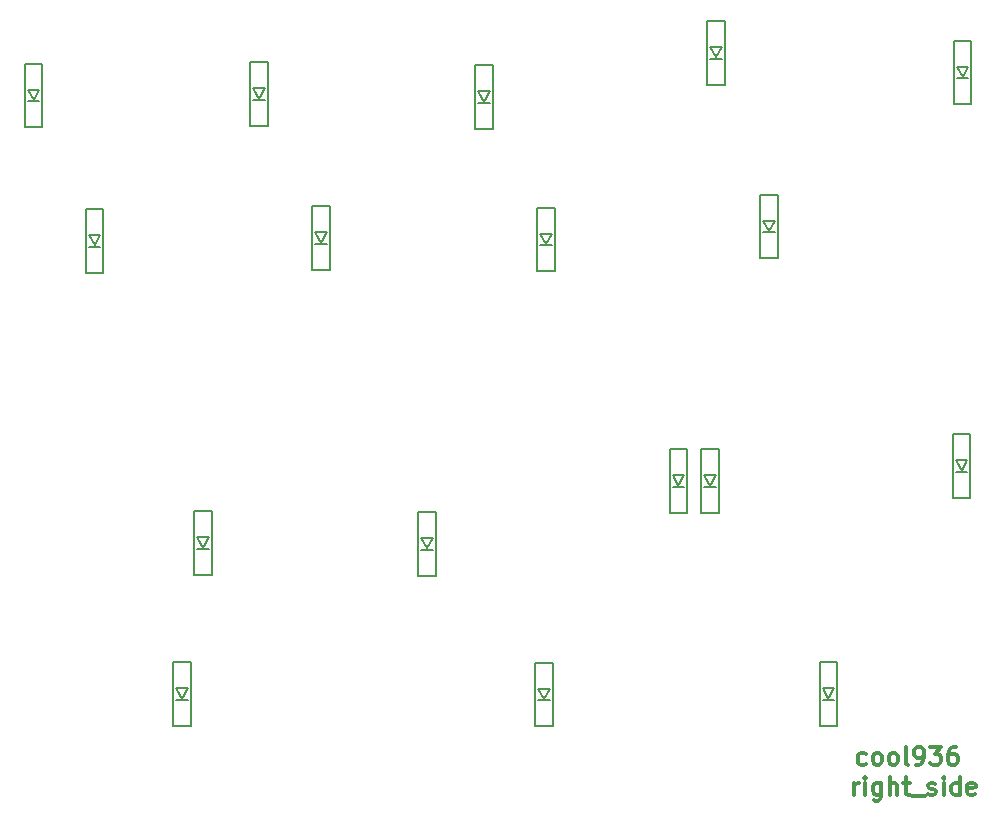
<source format=gbr>
G04 #@! TF.GenerationSoftware,KiCad,Pcbnew,(5.1.6-0-10_14)*
G04 #@! TF.CreationDate,2022-05-29T14:18:20+09:00*
G04 #@! TF.ProjectId,cool936,636f6f6c-3933-4362-9e6b-696361645f70,rev?*
G04 #@! TF.SameCoordinates,Original*
G04 #@! TF.FileFunction,Legend,Top*
G04 #@! TF.FilePolarity,Positive*
%FSLAX46Y46*%
G04 Gerber Fmt 4.6, Leading zero omitted, Abs format (unit mm)*
G04 Created by KiCad (PCBNEW (5.1.6-0-10_14)) date 2022-05-29 14:18:20*
%MOMM*%
%LPD*%
G01*
G04 APERTURE LIST*
%ADD10C,0.300000*%
%ADD11C,0.150000*%
G04 APERTURE END LIST*
D10*
X259652857Y-61002142D02*
X259510000Y-61073571D01*
X259224285Y-61073571D01*
X259081428Y-61002142D01*
X259010000Y-60930714D01*
X258938571Y-60787857D01*
X258938571Y-60359285D01*
X259010000Y-60216428D01*
X259081428Y-60145000D01*
X259224285Y-60073571D01*
X259510000Y-60073571D01*
X259652857Y-60145000D01*
X260510000Y-61073571D02*
X260367142Y-61002142D01*
X260295714Y-60930714D01*
X260224285Y-60787857D01*
X260224285Y-60359285D01*
X260295714Y-60216428D01*
X260367142Y-60145000D01*
X260510000Y-60073571D01*
X260724285Y-60073571D01*
X260867142Y-60145000D01*
X260938571Y-60216428D01*
X261010000Y-60359285D01*
X261010000Y-60787857D01*
X260938571Y-60930714D01*
X260867142Y-61002142D01*
X260724285Y-61073571D01*
X260510000Y-61073571D01*
X261867142Y-61073571D02*
X261724285Y-61002142D01*
X261652857Y-60930714D01*
X261581428Y-60787857D01*
X261581428Y-60359285D01*
X261652857Y-60216428D01*
X261724285Y-60145000D01*
X261867142Y-60073571D01*
X262081428Y-60073571D01*
X262224285Y-60145000D01*
X262295714Y-60216428D01*
X262367142Y-60359285D01*
X262367142Y-60787857D01*
X262295714Y-60930714D01*
X262224285Y-61002142D01*
X262081428Y-61073571D01*
X261867142Y-61073571D01*
X263224285Y-61073571D02*
X263081428Y-61002142D01*
X263010000Y-60859285D01*
X263010000Y-59573571D01*
X263867142Y-61073571D02*
X264152857Y-61073571D01*
X264295714Y-61002142D01*
X264367142Y-60930714D01*
X264510000Y-60716428D01*
X264581428Y-60430714D01*
X264581428Y-59859285D01*
X264510000Y-59716428D01*
X264438571Y-59645000D01*
X264295714Y-59573571D01*
X264010000Y-59573571D01*
X263867142Y-59645000D01*
X263795714Y-59716428D01*
X263724285Y-59859285D01*
X263724285Y-60216428D01*
X263795714Y-60359285D01*
X263867142Y-60430714D01*
X264010000Y-60502142D01*
X264295714Y-60502142D01*
X264438571Y-60430714D01*
X264510000Y-60359285D01*
X264581428Y-60216428D01*
X265081428Y-59573571D02*
X266010000Y-59573571D01*
X265510000Y-60145000D01*
X265724285Y-60145000D01*
X265867142Y-60216428D01*
X265938571Y-60287857D01*
X266010000Y-60430714D01*
X266010000Y-60787857D01*
X265938571Y-60930714D01*
X265867142Y-61002142D01*
X265724285Y-61073571D01*
X265295714Y-61073571D01*
X265152857Y-61002142D01*
X265081428Y-60930714D01*
X267295714Y-59573571D02*
X267010000Y-59573571D01*
X266867142Y-59645000D01*
X266795714Y-59716428D01*
X266652857Y-59930714D01*
X266581428Y-60216428D01*
X266581428Y-60787857D01*
X266652857Y-60930714D01*
X266724285Y-61002142D01*
X266867142Y-61073571D01*
X267152857Y-61073571D01*
X267295714Y-61002142D01*
X267367142Y-60930714D01*
X267438571Y-60787857D01*
X267438571Y-60430714D01*
X267367142Y-60287857D01*
X267295714Y-60216428D01*
X267152857Y-60145000D01*
X266867142Y-60145000D01*
X266724285Y-60216428D01*
X266652857Y-60287857D01*
X266581428Y-60430714D01*
X258652857Y-63623571D02*
X258652857Y-62623571D01*
X258652857Y-62909285D02*
X258724285Y-62766428D01*
X258795714Y-62695000D01*
X258938571Y-62623571D01*
X259081428Y-62623571D01*
X259581428Y-63623571D02*
X259581428Y-62623571D01*
X259581428Y-62123571D02*
X259510000Y-62195000D01*
X259581428Y-62266428D01*
X259652857Y-62195000D01*
X259581428Y-62123571D01*
X259581428Y-62266428D01*
X260938571Y-62623571D02*
X260938571Y-63837857D01*
X260867142Y-63980714D01*
X260795714Y-64052142D01*
X260652857Y-64123571D01*
X260438571Y-64123571D01*
X260295714Y-64052142D01*
X260938571Y-63552142D02*
X260795714Y-63623571D01*
X260510000Y-63623571D01*
X260367142Y-63552142D01*
X260295714Y-63480714D01*
X260224285Y-63337857D01*
X260224285Y-62909285D01*
X260295714Y-62766428D01*
X260367142Y-62695000D01*
X260510000Y-62623571D01*
X260795714Y-62623571D01*
X260938571Y-62695000D01*
X261652857Y-63623571D02*
X261652857Y-62123571D01*
X262295714Y-63623571D02*
X262295714Y-62837857D01*
X262224285Y-62695000D01*
X262081428Y-62623571D01*
X261867142Y-62623571D01*
X261724285Y-62695000D01*
X261652857Y-62766428D01*
X262795714Y-62623571D02*
X263367142Y-62623571D01*
X263010000Y-62123571D02*
X263010000Y-63409285D01*
X263081428Y-63552142D01*
X263224285Y-63623571D01*
X263367142Y-63623571D01*
X263510000Y-63766428D02*
X264652857Y-63766428D01*
X264938571Y-63552142D02*
X265081428Y-63623571D01*
X265367142Y-63623571D01*
X265510000Y-63552142D01*
X265581428Y-63409285D01*
X265581428Y-63337857D01*
X265510000Y-63195000D01*
X265367142Y-63123571D01*
X265152857Y-63123571D01*
X265010000Y-63052142D01*
X264938571Y-62909285D01*
X264938571Y-62837857D01*
X265010000Y-62695000D01*
X265152857Y-62623571D01*
X265367142Y-62623571D01*
X265510000Y-62695000D01*
X266224285Y-63623571D02*
X266224285Y-62623571D01*
X266224285Y-62123571D02*
X266152857Y-62195000D01*
X266224285Y-62266428D01*
X266295714Y-62195000D01*
X266224285Y-62123571D01*
X266224285Y-62266428D01*
X267581428Y-63623571D02*
X267581428Y-62123571D01*
X267581428Y-63552142D02*
X267438571Y-63623571D01*
X267152857Y-63623571D01*
X267010000Y-63552142D01*
X266938571Y-63480714D01*
X266867142Y-63337857D01*
X266867142Y-62909285D01*
X266938571Y-62766428D01*
X267010000Y-62695000D01*
X267152857Y-62623571D01*
X267438571Y-62623571D01*
X267581428Y-62695000D01*
X268867142Y-63552142D02*
X268724285Y-63623571D01*
X268438571Y-63623571D01*
X268295714Y-63552142D01*
X268224285Y-63409285D01*
X268224285Y-62837857D01*
X268295714Y-62695000D01*
X268438571Y-62623571D01*
X268724285Y-62623571D01*
X268867142Y-62695000D01*
X268938571Y-62837857D01*
X268938571Y-62980714D01*
X268224285Y-63123571D01*
D11*
X246980000Y-1190000D02*
X246480000Y-290000D01*
X246480000Y-290000D02*
X247480000Y-290000D01*
X247480000Y-290000D02*
X246980000Y-1190000D01*
X246480000Y-1290000D02*
X247480000Y-1290000D01*
X246230000Y1910000D02*
X246230000Y-3490000D01*
X246230000Y-3490000D02*
X247730000Y-3490000D01*
X247730000Y-3490000D02*
X247730000Y1910000D01*
X247730000Y1910000D02*
X246230000Y1910000D01*
X243780000Y-37450000D02*
X243280000Y-36550000D01*
X243280000Y-36550000D02*
X244280000Y-36550000D01*
X244280000Y-36550000D02*
X243780000Y-37450000D01*
X243280000Y-37550000D02*
X244280000Y-37550000D01*
X243030000Y-34350000D02*
X243030000Y-39750000D01*
X243030000Y-39750000D02*
X244530000Y-39750000D01*
X244530000Y-39750000D02*
X244530000Y-34350000D01*
X244530000Y-34350000D02*
X243030000Y-34350000D01*
X201760000Y-55490000D02*
X201260000Y-54590000D01*
X201260000Y-54590000D02*
X202260000Y-54590000D01*
X202260000Y-54590000D02*
X201760000Y-55490000D01*
X201260000Y-55590000D02*
X202260000Y-55590000D01*
X201010000Y-52390000D02*
X201010000Y-57790000D01*
X201010000Y-57790000D02*
X202510000Y-57790000D01*
X202510000Y-57790000D02*
X202510000Y-52390000D01*
X202510000Y-52390000D02*
X201010000Y-52390000D01*
X232570000Y-17010000D02*
X232070000Y-16110000D01*
X232070000Y-16110000D02*
X233070000Y-16110000D01*
X233070000Y-16110000D02*
X232570000Y-17010000D01*
X232070000Y-17110000D02*
X233070000Y-17110000D01*
X231820000Y-13910000D02*
X231820000Y-19310000D01*
X231820000Y-19310000D02*
X233320000Y-19310000D01*
X233320000Y-19310000D02*
X233320000Y-13910000D01*
X233320000Y-13910000D02*
X231820000Y-13910000D01*
X189180000Y-4820000D02*
X188680000Y-3920000D01*
X188680000Y-3920000D02*
X189680000Y-3920000D01*
X189680000Y-3920000D02*
X189180000Y-4820000D01*
X188680000Y-4920000D02*
X189680000Y-4920000D01*
X188430000Y-1720000D02*
X188430000Y-7120000D01*
X188430000Y-7120000D02*
X189930000Y-7120000D01*
X189930000Y-7120000D02*
X189930000Y-1720000D01*
X189930000Y-1720000D02*
X188430000Y-1720000D01*
X251440000Y-15910000D02*
X250940000Y-15010000D01*
X250940000Y-15010000D02*
X251940000Y-15010000D01*
X251940000Y-15010000D02*
X251440000Y-15910000D01*
X250940000Y-16010000D02*
X251940000Y-16010000D01*
X250690000Y-12810000D02*
X250690000Y-18210000D01*
X250690000Y-18210000D02*
X252190000Y-18210000D01*
X252190000Y-18210000D02*
X252190000Y-12810000D01*
X252190000Y-12810000D02*
X250690000Y-12810000D01*
X267750000Y-36220000D02*
X267250000Y-35320000D01*
X267250000Y-35320000D02*
X268250000Y-35320000D01*
X268250000Y-35320000D02*
X267750000Y-36220000D01*
X267250000Y-36320000D02*
X268250000Y-36320000D01*
X267000000Y-33120000D02*
X267000000Y-38520000D01*
X267000000Y-38520000D02*
X268500000Y-38520000D01*
X268500000Y-38520000D02*
X268500000Y-33120000D01*
X268500000Y-33120000D02*
X267000000Y-33120000D01*
X256480000Y-55475000D02*
X255980000Y-54575000D01*
X255980000Y-54575000D02*
X256980000Y-54575000D01*
X256980000Y-54575000D02*
X256480000Y-55475000D01*
X255980000Y-55575000D02*
X256980000Y-55575000D01*
X255730000Y-52375000D02*
X255730000Y-57775000D01*
X255730000Y-57775000D02*
X257230000Y-57775000D01*
X257230000Y-57775000D02*
X257230000Y-52375000D01*
X257230000Y-52375000D02*
X255730000Y-52375000D01*
X233140000Y-52440000D02*
X231640000Y-52440000D01*
X233140000Y-57840000D02*
X233140000Y-52440000D01*
X231640000Y-57840000D02*
X233140000Y-57840000D01*
X231640000Y-52440000D02*
X231640000Y-57840000D01*
X231890000Y-55640000D02*
X232890000Y-55640000D01*
X232890000Y-54640000D02*
X232390000Y-55540000D01*
X231890000Y-54640000D02*
X232890000Y-54640000D01*
X232390000Y-55540000D02*
X231890000Y-54640000D01*
X208240000Y-4690000D02*
X207740000Y-3790000D01*
X207740000Y-3790000D02*
X208740000Y-3790000D01*
X208740000Y-3790000D02*
X208240000Y-4690000D01*
X207740000Y-4790000D02*
X208740000Y-4790000D01*
X207490000Y-1590000D02*
X207490000Y-6990000D01*
X207490000Y-6990000D02*
X208990000Y-6990000D01*
X208990000Y-6990000D02*
X208990000Y-1590000D01*
X208990000Y-1590000D02*
X207490000Y-1590000D01*
X246430000Y-37450000D02*
X245930000Y-36550000D01*
X245930000Y-36550000D02*
X246930000Y-36550000D01*
X246930000Y-36550000D02*
X246430000Y-37450000D01*
X245930000Y-37550000D02*
X246930000Y-37550000D01*
X245680000Y-34350000D02*
X245680000Y-39750000D01*
X245680000Y-39750000D02*
X247180000Y-39750000D01*
X247180000Y-39750000D02*
X247180000Y-34350000D01*
X247180000Y-34350000D02*
X245680000Y-34350000D01*
X194340000Y-17110000D02*
X193840000Y-16210000D01*
X193840000Y-16210000D02*
X194840000Y-16210000D01*
X194840000Y-16210000D02*
X194340000Y-17110000D01*
X193840000Y-17210000D02*
X194840000Y-17210000D01*
X193590000Y-14010000D02*
X193590000Y-19410000D01*
X193590000Y-19410000D02*
X195090000Y-19410000D01*
X195090000Y-19410000D02*
X195090000Y-14010000D01*
X195090000Y-14010000D02*
X193590000Y-14010000D01*
X222500000Y-42770000D02*
X222000000Y-41870000D01*
X222000000Y-41870000D02*
X223000000Y-41870000D01*
X223000000Y-41870000D02*
X222500000Y-42770000D01*
X222000000Y-42870000D02*
X223000000Y-42870000D01*
X221750000Y-39670000D02*
X221750000Y-45070000D01*
X221750000Y-45070000D02*
X223250000Y-45070000D01*
X223250000Y-45070000D02*
X223250000Y-39670000D01*
X223250000Y-39670000D02*
X221750000Y-39670000D01*
X203500000Y-42740000D02*
X203000000Y-41840000D01*
X203000000Y-41840000D02*
X204000000Y-41840000D01*
X204000000Y-41840000D02*
X203500000Y-42740000D01*
X203000000Y-42840000D02*
X204000000Y-42840000D01*
X202750000Y-39640000D02*
X202750000Y-45040000D01*
X202750000Y-45040000D02*
X204250000Y-45040000D01*
X204250000Y-45040000D02*
X204250000Y-39640000D01*
X204250000Y-39640000D02*
X202750000Y-39640000D01*
X213520000Y-16880000D02*
X213020000Y-15980000D01*
X213020000Y-15980000D02*
X214020000Y-15980000D01*
X214020000Y-15980000D02*
X213520000Y-16880000D01*
X213020000Y-16980000D02*
X214020000Y-16980000D01*
X212770000Y-13780000D02*
X212770000Y-19180000D01*
X212770000Y-19180000D02*
X214270000Y-19180000D01*
X214270000Y-19180000D02*
X214270000Y-13780000D01*
X214270000Y-13780000D02*
X212770000Y-13780000D01*
X227340000Y-4950000D02*
X226840000Y-4050000D01*
X226840000Y-4050000D02*
X227840000Y-4050000D01*
X227840000Y-4050000D02*
X227340000Y-4950000D01*
X226840000Y-5050000D02*
X227840000Y-5050000D01*
X226590000Y-1850000D02*
X226590000Y-7250000D01*
X226590000Y-7250000D02*
X228090000Y-7250000D01*
X228090000Y-7250000D02*
X228090000Y-1850000D01*
X228090000Y-1850000D02*
X226590000Y-1850000D01*
X267830000Y-2880000D02*
X267330000Y-1980000D01*
X267330000Y-1980000D02*
X268330000Y-1980000D01*
X268330000Y-1980000D02*
X267830000Y-2880000D01*
X267330000Y-2980000D02*
X268330000Y-2980000D01*
X267080000Y220000D02*
X267080000Y-5180000D01*
X267080000Y-5180000D02*
X268580000Y-5180000D01*
X268580000Y-5180000D02*
X268580000Y220000D01*
X268580000Y220000D02*
X267080000Y220000D01*
M02*

</source>
